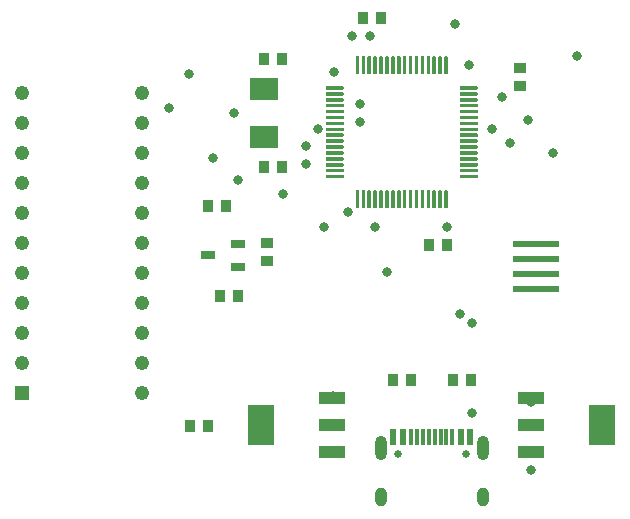
<source format=gbr>
%TF.GenerationSoftware,KiCad,Pcbnew,(5.1.8)-1*%
%TF.CreationDate,2021-05-15T14:33:14+08:00*%
%TF.ProjectId,ccd_with_stm32,6363645f-7769-4746-985f-73746d33322e,rev?*%
%TF.SameCoordinates,Original*%
%TF.FileFunction,Soldermask,Top*%
%TF.FilePolarity,Negative*%
%FSLAX46Y46*%
G04 Gerber Fmt 4.6, Leading zero omitted, Abs format (unit mm)*
G04 Created by KiCad (PCBNEW (5.1.8)-1) date 2021-05-15 14:33:14*
%MOMM*%
%LPD*%
G01*
G04 APERTURE LIST*
%ADD10R,2.400000X1.900000*%
%ADD11R,2.200000X1.000000*%
%ADD12R,2.200000X3.500000*%
%ADD13R,0.600000X1.450000*%
%ADD14R,0.300000X1.450000*%
%ADD15O,1.000000X2.100000*%
%ADD16C,0.650000*%
%ADD17O,1.000000X1.600000*%
%ADD18R,1.250000X0.700000*%
%ADD19R,0.930000X0.980000*%
%ADD20R,0.980000X0.930000*%
%ADD21R,4.000000X0.600000*%
%ADD22R,1.220000X1.220000*%
%ADD23C,1.220000*%
%ADD24C,0.800000*%
G04 APERTURE END LIST*
%TO.C,U1*%
G36*
G01*
X100240000Y-109960000D02*
X100240000Y-108560000D01*
G75*
G02*
X100315000Y-108485000I75000J0D01*
G01*
X100465000Y-108485000D01*
G75*
G02*
X100540000Y-108560000I0J-75000D01*
G01*
X100540000Y-109960000D01*
G75*
G02*
X100465000Y-110035000I-75000J0D01*
G01*
X100315000Y-110035000D01*
G75*
G02*
X100240000Y-109960000I0J75000D01*
G01*
G37*
G36*
G01*
X100740000Y-109960000D02*
X100740000Y-108560000D01*
G75*
G02*
X100815000Y-108485000I75000J0D01*
G01*
X100965000Y-108485000D01*
G75*
G02*
X101040000Y-108560000I0J-75000D01*
G01*
X101040000Y-109960000D01*
G75*
G02*
X100965000Y-110035000I-75000J0D01*
G01*
X100815000Y-110035000D01*
G75*
G02*
X100740000Y-109960000I0J75000D01*
G01*
G37*
G36*
G01*
X101240000Y-109960000D02*
X101240000Y-108560000D01*
G75*
G02*
X101315000Y-108485000I75000J0D01*
G01*
X101465000Y-108485000D01*
G75*
G02*
X101540000Y-108560000I0J-75000D01*
G01*
X101540000Y-109960000D01*
G75*
G02*
X101465000Y-110035000I-75000J0D01*
G01*
X101315000Y-110035000D01*
G75*
G02*
X101240000Y-109960000I0J75000D01*
G01*
G37*
G36*
G01*
X101740000Y-109960000D02*
X101740000Y-108560000D01*
G75*
G02*
X101815000Y-108485000I75000J0D01*
G01*
X101965000Y-108485000D01*
G75*
G02*
X102040000Y-108560000I0J-75000D01*
G01*
X102040000Y-109960000D01*
G75*
G02*
X101965000Y-110035000I-75000J0D01*
G01*
X101815000Y-110035000D01*
G75*
G02*
X101740000Y-109960000I0J75000D01*
G01*
G37*
G36*
G01*
X102240000Y-109960000D02*
X102240000Y-108560000D01*
G75*
G02*
X102315000Y-108485000I75000J0D01*
G01*
X102465000Y-108485000D01*
G75*
G02*
X102540000Y-108560000I0J-75000D01*
G01*
X102540000Y-109960000D01*
G75*
G02*
X102465000Y-110035000I-75000J0D01*
G01*
X102315000Y-110035000D01*
G75*
G02*
X102240000Y-109960000I0J75000D01*
G01*
G37*
G36*
G01*
X102740000Y-109960000D02*
X102740000Y-108560000D01*
G75*
G02*
X102815000Y-108485000I75000J0D01*
G01*
X102965000Y-108485000D01*
G75*
G02*
X103040000Y-108560000I0J-75000D01*
G01*
X103040000Y-109960000D01*
G75*
G02*
X102965000Y-110035000I-75000J0D01*
G01*
X102815000Y-110035000D01*
G75*
G02*
X102740000Y-109960000I0J75000D01*
G01*
G37*
G36*
G01*
X103240000Y-109960000D02*
X103240000Y-108560000D01*
G75*
G02*
X103315000Y-108485000I75000J0D01*
G01*
X103465000Y-108485000D01*
G75*
G02*
X103540000Y-108560000I0J-75000D01*
G01*
X103540000Y-109960000D01*
G75*
G02*
X103465000Y-110035000I-75000J0D01*
G01*
X103315000Y-110035000D01*
G75*
G02*
X103240000Y-109960000I0J75000D01*
G01*
G37*
G36*
G01*
X103740000Y-109960000D02*
X103740000Y-108560000D01*
G75*
G02*
X103815000Y-108485000I75000J0D01*
G01*
X103965000Y-108485000D01*
G75*
G02*
X104040000Y-108560000I0J-75000D01*
G01*
X104040000Y-109960000D01*
G75*
G02*
X103965000Y-110035000I-75000J0D01*
G01*
X103815000Y-110035000D01*
G75*
G02*
X103740000Y-109960000I0J75000D01*
G01*
G37*
G36*
G01*
X104240000Y-109960000D02*
X104240000Y-108560000D01*
G75*
G02*
X104315000Y-108485000I75000J0D01*
G01*
X104465000Y-108485000D01*
G75*
G02*
X104540000Y-108560000I0J-75000D01*
G01*
X104540000Y-109960000D01*
G75*
G02*
X104465000Y-110035000I-75000J0D01*
G01*
X104315000Y-110035000D01*
G75*
G02*
X104240000Y-109960000I0J75000D01*
G01*
G37*
G36*
G01*
X104740000Y-109960000D02*
X104740000Y-108560000D01*
G75*
G02*
X104815000Y-108485000I75000J0D01*
G01*
X104965000Y-108485000D01*
G75*
G02*
X105040000Y-108560000I0J-75000D01*
G01*
X105040000Y-109960000D01*
G75*
G02*
X104965000Y-110035000I-75000J0D01*
G01*
X104815000Y-110035000D01*
G75*
G02*
X104740000Y-109960000I0J75000D01*
G01*
G37*
G36*
G01*
X105240000Y-109960000D02*
X105240000Y-108560000D01*
G75*
G02*
X105315000Y-108485000I75000J0D01*
G01*
X105465000Y-108485000D01*
G75*
G02*
X105540000Y-108560000I0J-75000D01*
G01*
X105540000Y-109960000D01*
G75*
G02*
X105465000Y-110035000I-75000J0D01*
G01*
X105315000Y-110035000D01*
G75*
G02*
X105240000Y-109960000I0J75000D01*
G01*
G37*
G36*
G01*
X105740000Y-109960000D02*
X105740000Y-108560000D01*
G75*
G02*
X105815000Y-108485000I75000J0D01*
G01*
X105965000Y-108485000D01*
G75*
G02*
X106040000Y-108560000I0J-75000D01*
G01*
X106040000Y-109960000D01*
G75*
G02*
X105965000Y-110035000I-75000J0D01*
G01*
X105815000Y-110035000D01*
G75*
G02*
X105740000Y-109960000I0J75000D01*
G01*
G37*
G36*
G01*
X106240000Y-109960000D02*
X106240000Y-108560000D01*
G75*
G02*
X106315000Y-108485000I75000J0D01*
G01*
X106465000Y-108485000D01*
G75*
G02*
X106540000Y-108560000I0J-75000D01*
G01*
X106540000Y-109960000D01*
G75*
G02*
X106465000Y-110035000I-75000J0D01*
G01*
X106315000Y-110035000D01*
G75*
G02*
X106240000Y-109960000I0J75000D01*
G01*
G37*
G36*
G01*
X106740000Y-109960000D02*
X106740000Y-108560000D01*
G75*
G02*
X106815000Y-108485000I75000J0D01*
G01*
X106965000Y-108485000D01*
G75*
G02*
X107040000Y-108560000I0J-75000D01*
G01*
X107040000Y-109960000D01*
G75*
G02*
X106965000Y-110035000I-75000J0D01*
G01*
X106815000Y-110035000D01*
G75*
G02*
X106740000Y-109960000I0J75000D01*
G01*
G37*
G36*
G01*
X107240000Y-109960000D02*
X107240000Y-108560000D01*
G75*
G02*
X107315000Y-108485000I75000J0D01*
G01*
X107465000Y-108485000D01*
G75*
G02*
X107540000Y-108560000I0J-75000D01*
G01*
X107540000Y-109960000D01*
G75*
G02*
X107465000Y-110035000I-75000J0D01*
G01*
X107315000Y-110035000D01*
G75*
G02*
X107240000Y-109960000I0J75000D01*
G01*
G37*
G36*
G01*
X107740000Y-109960000D02*
X107740000Y-108560000D01*
G75*
G02*
X107815000Y-108485000I75000J0D01*
G01*
X107965000Y-108485000D01*
G75*
G02*
X108040000Y-108560000I0J-75000D01*
G01*
X108040000Y-109960000D01*
G75*
G02*
X107965000Y-110035000I-75000J0D01*
G01*
X107815000Y-110035000D01*
G75*
G02*
X107740000Y-109960000I0J75000D01*
G01*
G37*
G36*
G01*
X109040000Y-111260000D02*
X109040000Y-111110000D01*
G75*
G02*
X109115000Y-111035000I75000J0D01*
G01*
X110515000Y-111035000D01*
G75*
G02*
X110590000Y-111110000I0J-75000D01*
G01*
X110590000Y-111260000D01*
G75*
G02*
X110515000Y-111335000I-75000J0D01*
G01*
X109115000Y-111335000D01*
G75*
G02*
X109040000Y-111260000I0J75000D01*
G01*
G37*
G36*
G01*
X109040000Y-111760000D02*
X109040000Y-111610000D01*
G75*
G02*
X109115000Y-111535000I75000J0D01*
G01*
X110515000Y-111535000D01*
G75*
G02*
X110590000Y-111610000I0J-75000D01*
G01*
X110590000Y-111760000D01*
G75*
G02*
X110515000Y-111835000I-75000J0D01*
G01*
X109115000Y-111835000D01*
G75*
G02*
X109040000Y-111760000I0J75000D01*
G01*
G37*
G36*
G01*
X109040000Y-112260000D02*
X109040000Y-112110000D01*
G75*
G02*
X109115000Y-112035000I75000J0D01*
G01*
X110515000Y-112035000D01*
G75*
G02*
X110590000Y-112110000I0J-75000D01*
G01*
X110590000Y-112260000D01*
G75*
G02*
X110515000Y-112335000I-75000J0D01*
G01*
X109115000Y-112335000D01*
G75*
G02*
X109040000Y-112260000I0J75000D01*
G01*
G37*
G36*
G01*
X109040000Y-112760000D02*
X109040000Y-112610000D01*
G75*
G02*
X109115000Y-112535000I75000J0D01*
G01*
X110515000Y-112535000D01*
G75*
G02*
X110590000Y-112610000I0J-75000D01*
G01*
X110590000Y-112760000D01*
G75*
G02*
X110515000Y-112835000I-75000J0D01*
G01*
X109115000Y-112835000D01*
G75*
G02*
X109040000Y-112760000I0J75000D01*
G01*
G37*
G36*
G01*
X109040000Y-113260000D02*
X109040000Y-113110000D01*
G75*
G02*
X109115000Y-113035000I75000J0D01*
G01*
X110515000Y-113035000D01*
G75*
G02*
X110590000Y-113110000I0J-75000D01*
G01*
X110590000Y-113260000D01*
G75*
G02*
X110515000Y-113335000I-75000J0D01*
G01*
X109115000Y-113335000D01*
G75*
G02*
X109040000Y-113260000I0J75000D01*
G01*
G37*
G36*
G01*
X109040000Y-113760000D02*
X109040000Y-113610000D01*
G75*
G02*
X109115000Y-113535000I75000J0D01*
G01*
X110515000Y-113535000D01*
G75*
G02*
X110590000Y-113610000I0J-75000D01*
G01*
X110590000Y-113760000D01*
G75*
G02*
X110515000Y-113835000I-75000J0D01*
G01*
X109115000Y-113835000D01*
G75*
G02*
X109040000Y-113760000I0J75000D01*
G01*
G37*
G36*
G01*
X109040000Y-114260000D02*
X109040000Y-114110000D01*
G75*
G02*
X109115000Y-114035000I75000J0D01*
G01*
X110515000Y-114035000D01*
G75*
G02*
X110590000Y-114110000I0J-75000D01*
G01*
X110590000Y-114260000D01*
G75*
G02*
X110515000Y-114335000I-75000J0D01*
G01*
X109115000Y-114335000D01*
G75*
G02*
X109040000Y-114260000I0J75000D01*
G01*
G37*
G36*
G01*
X109040000Y-114760000D02*
X109040000Y-114610000D01*
G75*
G02*
X109115000Y-114535000I75000J0D01*
G01*
X110515000Y-114535000D01*
G75*
G02*
X110590000Y-114610000I0J-75000D01*
G01*
X110590000Y-114760000D01*
G75*
G02*
X110515000Y-114835000I-75000J0D01*
G01*
X109115000Y-114835000D01*
G75*
G02*
X109040000Y-114760000I0J75000D01*
G01*
G37*
G36*
G01*
X109040000Y-115260000D02*
X109040000Y-115110000D01*
G75*
G02*
X109115000Y-115035000I75000J0D01*
G01*
X110515000Y-115035000D01*
G75*
G02*
X110590000Y-115110000I0J-75000D01*
G01*
X110590000Y-115260000D01*
G75*
G02*
X110515000Y-115335000I-75000J0D01*
G01*
X109115000Y-115335000D01*
G75*
G02*
X109040000Y-115260000I0J75000D01*
G01*
G37*
G36*
G01*
X109040000Y-115760000D02*
X109040000Y-115610000D01*
G75*
G02*
X109115000Y-115535000I75000J0D01*
G01*
X110515000Y-115535000D01*
G75*
G02*
X110590000Y-115610000I0J-75000D01*
G01*
X110590000Y-115760000D01*
G75*
G02*
X110515000Y-115835000I-75000J0D01*
G01*
X109115000Y-115835000D01*
G75*
G02*
X109040000Y-115760000I0J75000D01*
G01*
G37*
G36*
G01*
X109040000Y-116260000D02*
X109040000Y-116110000D01*
G75*
G02*
X109115000Y-116035000I75000J0D01*
G01*
X110515000Y-116035000D01*
G75*
G02*
X110590000Y-116110000I0J-75000D01*
G01*
X110590000Y-116260000D01*
G75*
G02*
X110515000Y-116335000I-75000J0D01*
G01*
X109115000Y-116335000D01*
G75*
G02*
X109040000Y-116260000I0J75000D01*
G01*
G37*
G36*
G01*
X109040000Y-116760000D02*
X109040000Y-116610000D01*
G75*
G02*
X109115000Y-116535000I75000J0D01*
G01*
X110515000Y-116535000D01*
G75*
G02*
X110590000Y-116610000I0J-75000D01*
G01*
X110590000Y-116760000D01*
G75*
G02*
X110515000Y-116835000I-75000J0D01*
G01*
X109115000Y-116835000D01*
G75*
G02*
X109040000Y-116760000I0J75000D01*
G01*
G37*
G36*
G01*
X109040000Y-117260000D02*
X109040000Y-117110000D01*
G75*
G02*
X109115000Y-117035000I75000J0D01*
G01*
X110515000Y-117035000D01*
G75*
G02*
X110590000Y-117110000I0J-75000D01*
G01*
X110590000Y-117260000D01*
G75*
G02*
X110515000Y-117335000I-75000J0D01*
G01*
X109115000Y-117335000D01*
G75*
G02*
X109040000Y-117260000I0J75000D01*
G01*
G37*
G36*
G01*
X109040000Y-117760000D02*
X109040000Y-117610000D01*
G75*
G02*
X109115000Y-117535000I75000J0D01*
G01*
X110515000Y-117535000D01*
G75*
G02*
X110590000Y-117610000I0J-75000D01*
G01*
X110590000Y-117760000D01*
G75*
G02*
X110515000Y-117835000I-75000J0D01*
G01*
X109115000Y-117835000D01*
G75*
G02*
X109040000Y-117760000I0J75000D01*
G01*
G37*
G36*
G01*
X109040000Y-118260000D02*
X109040000Y-118110000D01*
G75*
G02*
X109115000Y-118035000I75000J0D01*
G01*
X110515000Y-118035000D01*
G75*
G02*
X110590000Y-118110000I0J-75000D01*
G01*
X110590000Y-118260000D01*
G75*
G02*
X110515000Y-118335000I-75000J0D01*
G01*
X109115000Y-118335000D01*
G75*
G02*
X109040000Y-118260000I0J75000D01*
G01*
G37*
G36*
G01*
X109040000Y-118760000D02*
X109040000Y-118610000D01*
G75*
G02*
X109115000Y-118535000I75000J0D01*
G01*
X110515000Y-118535000D01*
G75*
G02*
X110590000Y-118610000I0J-75000D01*
G01*
X110590000Y-118760000D01*
G75*
G02*
X110515000Y-118835000I-75000J0D01*
G01*
X109115000Y-118835000D01*
G75*
G02*
X109040000Y-118760000I0J75000D01*
G01*
G37*
G36*
G01*
X107740000Y-121310000D02*
X107740000Y-119910000D01*
G75*
G02*
X107815000Y-119835000I75000J0D01*
G01*
X107965000Y-119835000D01*
G75*
G02*
X108040000Y-119910000I0J-75000D01*
G01*
X108040000Y-121310000D01*
G75*
G02*
X107965000Y-121385000I-75000J0D01*
G01*
X107815000Y-121385000D01*
G75*
G02*
X107740000Y-121310000I0J75000D01*
G01*
G37*
G36*
G01*
X107240000Y-121310000D02*
X107240000Y-119910000D01*
G75*
G02*
X107315000Y-119835000I75000J0D01*
G01*
X107465000Y-119835000D01*
G75*
G02*
X107540000Y-119910000I0J-75000D01*
G01*
X107540000Y-121310000D01*
G75*
G02*
X107465000Y-121385000I-75000J0D01*
G01*
X107315000Y-121385000D01*
G75*
G02*
X107240000Y-121310000I0J75000D01*
G01*
G37*
G36*
G01*
X106740000Y-121310000D02*
X106740000Y-119910000D01*
G75*
G02*
X106815000Y-119835000I75000J0D01*
G01*
X106965000Y-119835000D01*
G75*
G02*
X107040000Y-119910000I0J-75000D01*
G01*
X107040000Y-121310000D01*
G75*
G02*
X106965000Y-121385000I-75000J0D01*
G01*
X106815000Y-121385000D01*
G75*
G02*
X106740000Y-121310000I0J75000D01*
G01*
G37*
G36*
G01*
X106240000Y-121310000D02*
X106240000Y-119910000D01*
G75*
G02*
X106315000Y-119835000I75000J0D01*
G01*
X106465000Y-119835000D01*
G75*
G02*
X106540000Y-119910000I0J-75000D01*
G01*
X106540000Y-121310000D01*
G75*
G02*
X106465000Y-121385000I-75000J0D01*
G01*
X106315000Y-121385000D01*
G75*
G02*
X106240000Y-121310000I0J75000D01*
G01*
G37*
G36*
G01*
X105740000Y-121310000D02*
X105740000Y-119910000D01*
G75*
G02*
X105815000Y-119835000I75000J0D01*
G01*
X105965000Y-119835000D01*
G75*
G02*
X106040000Y-119910000I0J-75000D01*
G01*
X106040000Y-121310000D01*
G75*
G02*
X105965000Y-121385000I-75000J0D01*
G01*
X105815000Y-121385000D01*
G75*
G02*
X105740000Y-121310000I0J75000D01*
G01*
G37*
G36*
G01*
X105240000Y-121310000D02*
X105240000Y-119910000D01*
G75*
G02*
X105315000Y-119835000I75000J0D01*
G01*
X105465000Y-119835000D01*
G75*
G02*
X105540000Y-119910000I0J-75000D01*
G01*
X105540000Y-121310000D01*
G75*
G02*
X105465000Y-121385000I-75000J0D01*
G01*
X105315000Y-121385000D01*
G75*
G02*
X105240000Y-121310000I0J75000D01*
G01*
G37*
G36*
G01*
X104740000Y-121310000D02*
X104740000Y-119910000D01*
G75*
G02*
X104815000Y-119835000I75000J0D01*
G01*
X104965000Y-119835000D01*
G75*
G02*
X105040000Y-119910000I0J-75000D01*
G01*
X105040000Y-121310000D01*
G75*
G02*
X104965000Y-121385000I-75000J0D01*
G01*
X104815000Y-121385000D01*
G75*
G02*
X104740000Y-121310000I0J75000D01*
G01*
G37*
G36*
G01*
X104240000Y-121310000D02*
X104240000Y-119910000D01*
G75*
G02*
X104315000Y-119835000I75000J0D01*
G01*
X104465000Y-119835000D01*
G75*
G02*
X104540000Y-119910000I0J-75000D01*
G01*
X104540000Y-121310000D01*
G75*
G02*
X104465000Y-121385000I-75000J0D01*
G01*
X104315000Y-121385000D01*
G75*
G02*
X104240000Y-121310000I0J75000D01*
G01*
G37*
G36*
G01*
X103740000Y-121310000D02*
X103740000Y-119910000D01*
G75*
G02*
X103815000Y-119835000I75000J0D01*
G01*
X103965000Y-119835000D01*
G75*
G02*
X104040000Y-119910000I0J-75000D01*
G01*
X104040000Y-121310000D01*
G75*
G02*
X103965000Y-121385000I-75000J0D01*
G01*
X103815000Y-121385000D01*
G75*
G02*
X103740000Y-121310000I0J75000D01*
G01*
G37*
G36*
G01*
X103240000Y-121310000D02*
X103240000Y-119910000D01*
G75*
G02*
X103315000Y-119835000I75000J0D01*
G01*
X103465000Y-119835000D01*
G75*
G02*
X103540000Y-119910000I0J-75000D01*
G01*
X103540000Y-121310000D01*
G75*
G02*
X103465000Y-121385000I-75000J0D01*
G01*
X103315000Y-121385000D01*
G75*
G02*
X103240000Y-121310000I0J75000D01*
G01*
G37*
G36*
G01*
X102740000Y-121310000D02*
X102740000Y-119910000D01*
G75*
G02*
X102815000Y-119835000I75000J0D01*
G01*
X102965000Y-119835000D01*
G75*
G02*
X103040000Y-119910000I0J-75000D01*
G01*
X103040000Y-121310000D01*
G75*
G02*
X102965000Y-121385000I-75000J0D01*
G01*
X102815000Y-121385000D01*
G75*
G02*
X102740000Y-121310000I0J75000D01*
G01*
G37*
G36*
G01*
X102240000Y-121310000D02*
X102240000Y-119910000D01*
G75*
G02*
X102315000Y-119835000I75000J0D01*
G01*
X102465000Y-119835000D01*
G75*
G02*
X102540000Y-119910000I0J-75000D01*
G01*
X102540000Y-121310000D01*
G75*
G02*
X102465000Y-121385000I-75000J0D01*
G01*
X102315000Y-121385000D01*
G75*
G02*
X102240000Y-121310000I0J75000D01*
G01*
G37*
G36*
G01*
X101740000Y-121310000D02*
X101740000Y-119910000D01*
G75*
G02*
X101815000Y-119835000I75000J0D01*
G01*
X101965000Y-119835000D01*
G75*
G02*
X102040000Y-119910000I0J-75000D01*
G01*
X102040000Y-121310000D01*
G75*
G02*
X101965000Y-121385000I-75000J0D01*
G01*
X101815000Y-121385000D01*
G75*
G02*
X101740000Y-121310000I0J75000D01*
G01*
G37*
G36*
G01*
X101240000Y-121310000D02*
X101240000Y-119910000D01*
G75*
G02*
X101315000Y-119835000I75000J0D01*
G01*
X101465000Y-119835000D01*
G75*
G02*
X101540000Y-119910000I0J-75000D01*
G01*
X101540000Y-121310000D01*
G75*
G02*
X101465000Y-121385000I-75000J0D01*
G01*
X101315000Y-121385000D01*
G75*
G02*
X101240000Y-121310000I0J75000D01*
G01*
G37*
G36*
G01*
X100740000Y-121310000D02*
X100740000Y-119910000D01*
G75*
G02*
X100815000Y-119835000I75000J0D01*
G01*
X100965000Y-119835000D01*
G75*
G02*
X101040000Y-119910000I0J-75000D01*
G01*
X101040000Y-121310000D01*
G75*
G02*
X100965000Y-121385000I-75000J0D01*
G01*
X100815000Y-121385000D01*
G75*
G02*
X100740000Y-121310000I0J75000D01*
G01*
G37*
G36*
G01*
X100240000Y-121310000D02*
X100240000Y-119910000D01*
G75*
G02*
X100315000Y-119835000I75000J0D01*
G01*
X100465000Y-119835000D01*
G75*
G02*
X100540000Y-119910000I0J-75000D01*
G01*
X100540000Y-121310000D01*
G75*
G02*
X100465000Y-121385000I-75000J0D01*
G01*
X100315000Y-121385000D01*
G75*
G02*
X100240000Y-121310000I0J75000D01*
G01*
G37*
G36*
G01*
X97690000Y-118760000D02*
X97690000Y-118610000D01*
G75*
G02*
X97765000Y-118535000I75000J0D01*
G01*
X99165000Y-118535000D01*
G75*
G02*
X99240000Y-118610000I0J-75000D01*
G01*
X99240000Y-118760000D01*
G75*
G02*
X99165000Y-118835000I-75000J0D01*
G01*
X97765000Y-118835000D01*
G75*
G02*
X97690000Y-118760000I0J75000D01*
G01*
G37*
G36*
G01*
X97690000Y-118260000D02*
X97690000Y-118110000D01*
G75*
G02*
X97765000Y-118035000I75000J0D01*
G01*
X99165000Y-118035000D01*
G75*
G02*
X99240000Y-118110000I0J-75000D01*
G01*
X99240000Y-118260000D01*
G75*
G02*
X99165000Y-118335000I-75000J0D01*
G01*
X97765000Y-118335000D01*
G75*
G02*
X97690000Y-118260000I0J75000D01*
G01*
G37*
G36*
G01*
X97690000Y-117760000D02*
X97690000Y-117610000D01*
G75*
G02*
X97765000Y-117535000I75000J0D01*
G01*
X99165000Y-117535000D01*
G75*
G02*
X99240000Y-117610000I0J-75000D01*
G01*
X99240000Y-117760000D01*
G75*
G02*
X99165000Y-117835000I-75000J0D01*
G01*
X97765000Y-117835000D01*
G75*
G02*
X97690000Y-117760000I0J75000D01*
G01*
G37*
G36*
G01*
X97690000Y-117260000D02*
X97690000Y-117110000D01*
G75*
G02*
X97765000Y-117035000I75000J0D01*
G01*
X99165000Y-117035000D01*
G75*
G02*
X99240000Y-117110000I0J-75000D01*
G01*
X99240000Y-117260000D01*
G75*
G02*
X99165000Y-117335000I-75000J0D01*
G01*
X97765000Y-117335000D01*
G75*
G02*
X97690000Y-117260000I0J75000D01*
G01*
G37*
G36*
G01*
X97690000Y-116760000D02*
X97690000Y-116610000D01*
G75*
G02*
X97765000Y-116535000I75000J0D01*
G01*
X99165000Y-116535000D01*
G75*
G02*
X99240000Y-116610000I0J-75000D01*
G01*
X99240000Y-116760000D01*
G75*
G02*
X99165000Y-116835000I-75000J0D01*
G01*
X97765000Y-116835000D01*
G75*
G02*
X97690000Y-116760000I0J75000D01*
G01*
G37*
G36*
G01*
X97690000Y-116260000D02*
X97690000Y-116110000D01*
G75*
G02*
X97765000Y-116035000I75000J0D01*
G01*
X99165000Y-116035000D01*
G75*
G02*
X99240000Y-116110000I0J-75000D01*
G01*
X99240000Y-116260000D01*
G75*
G02*
X99165000Y-116335000I-75000J0D01*
G01*
X97765000Y-116335000D01*
G75*
G02*
X97690000Y-116260000I0J75000D01*
G01*
G37*
G36*
G01*
X97690000Y-115760000D02*
X97690000Y-115610000D01*
G75*
G02*
X97765000Y-115535000I75000J0D01*
G01*
X99165000Y-115535000D01*
G75*
G02*
X99240000Y-115610000I0J-75000D01*
G01*
X99240000Y-115760000D01*
G75*
G02*
X99165000Y-115835000I-75000J0D01*
G01*
X97765000Y-115835000D01*
G75*
G02*
X97690000Y-115760000I0J75000D01*
G01*
G37*
G36*
G01*
X97690000Y-115260000D02*
X97690000Y-115110000D01*
G75*
G02*
X97765000Y-115035000I75000J0D01*
G01*
X99165000Y-115035000D01*
G75*
G02*
X99240000Y-115110000I0J-75000D01*
G01*
X99240000Y-115260000D01*
G75*
G02*
X99165000Y-115335000I-75000J0D01*
G01*
X97765000Y-115335000D01*
G75*
G02*
X97690000Y-115260000I0J75000D01*
G01*
G37*
G36*
G01*
X97690000Y-114760000D02*
X97690000Y-114610000D01*
G75*
G02*
X97765000Y-114535000I75000J0D01*
G01*
X99165000Y-114535000D01*
G75*
G02*
X99240000Y-114610000I0J-75000D01*
G01*
X99240000Y-114760000D01*
G75*
G02*
X99165000Y-114835000I-75000J0D01*
G01*
X97765000Y-114835000D01*
G75*
G02*
X97690000Y-114760000I0J75000D01*
G01*
G37*
G36*
G01*
X97690000Y-114260000D02*
X97690000Y-114110000D01*
G75*
G02*
X97765000Y-114035000I75000J0D01*
G01*
X99165000Y-114035000D01*
G75*
G02*
X99240000Y-114110000I0J-75000D01*
G01*
X99240000Y-114260000D01*
G75*
G02*
X99165000Y-114335000I-75000J0D01*
G01*
X97765000Y-114335000D01*
G75*
G02*
X97690000Y-114260000I0J75000D01*
G01*
G37*
G36*
G01*
X97690000Y-113760000D02*
X97690000Y-113610000D01*
G75*
G02*
X97765000Y-113535000I75000J0D01*
G01*
X99165000Y-113535000D01*
G75*
G02*
X99240000Y-113610000I0J-75000D01*
G01*
X99240000Y-113760000D01*
G75*
G02*
X99165000Y-113835000I-75000J0D01*
G01*
X97765000Y-113835000D01*
G75*
G02*
X97690000Y-113760000I0J75000D01*
G01*
G37*
G36*
G01*
X97690000Y-113260000D02*
X97690000Y-113110000D01*
G75*
G02*
X97765000Y-113035000I75000J0D01*
G01*
X99165000Y-113035000D01*
G75*
G02*
X99240000Y-113110000I0J-75000D01*
G01*
X99240000Y-113260000D01*
G75*
G02*
X99165000Y-113335000I-75000J0D01*
G01*
X97765000Y-113335000D01*
G75*
G02*
X97690000Y-113260000I0J75000D01*
G01*
G37*
G36*
G01*
X97690000Y-112760000D02*
X97690000Y-112610000D01*
G75*
G02*
X97765000Y-112535000I75000J0D01*
G01*
X99165000Y-112535000D01*
G75*
G02*
X99240000Y-112610000I0J-75000D01*
G01*
X99240000Y-112760000D01*
G75*
G02*
X99165000Y-112835000I-75000J0D01*
G01*
X97765000Y-112835000D01*
G75*
G02*
X97690000Y-112760000I0J75000D01*
G01*
G37*
G36*
G01*
X97690000Y-112260000D02*
X97690000Y-112110000D01*
G75*
G02*
X97765000Y-112035000I75000J0D01*
G01*
X99165000Y-112035000D01*
G75*
G02*
X99240000Y-112110000I0J-75000D01*
G01*
X99240000Y-112260000D01*
G75*
G02*
X99165000Y-112335000I-75000J0D01*
G01*
X97765000Y-112335000D01*
G75*
G02*
X97690000Y-112260000I0J75000D01*
G01*
G37*
G36*
G01*
X97690000Y-111760000D02*
X97690000Y-111610000D01*
G75*
G02*
X97765000Y-111535000I75000J0D01*
G01*
X99165000Y-111535000D01*
G75*
G02*
X99240000Y-111610000I0J-75000D01*
G01*
X99240000Y-111760000D01*
G75*
G02*
X99165000Y-111835000I-75000J0D01*
G01*
X97765000Y-111835000D01*
G75*
G02*
X97690000Y-111760000I0J75000D01*
G01*
G37*
G36*
G01*
X97690000Y-111260000D02*
X97690000Y-111110000D01*
G75*
G02*
X97765000Y-111035000I75000J0D01*
G01*
X99165000Y-111035000D01*
G75*
G02*
X99240000Y-111110000I0J-75000D01*
G01*
X99240000Y-111260000D01*
G75*
G02*
X99165000Y-111335000I-75000J0D01*
G01*
X97765000Y-111335000D01*
G75*
G02*
X97690000Y-111260000I0J75000D01*
G01*
G37*
%TD*%
D10*
%TO.C,Y1*%
X92456000Y-111234000D03*
X92456000Y-115334000D03*
%TD*%
D11*
%TO.C,VR2*%
X98250000Y-137400000D03*
D12*
X92250000Y-139700000D03*
D11*
X98250000Y-139700000D03*
X98250000Y-142000000D03*
%TD*%
%TO.C,VR1*%
X115110000Y-142000000D03*
D12*
X121110000Y-139700000D03*
D11*
X115110000Y-139700000D03*
X115110000Y-137400000D03*
%TD*%
D13*
%TO.C,U4*%
X109930000Y-140735000D03*
X109130000Y-140735000D03*
X104230000Y-140735000D03*
X103430000Y-140735000D03*
X103430000Y-140735000D03*
X104230000Y-140735000D03*
X109130000Y-140735000D03*
X109930000Y-140735000D03*
D14*
X104930000Y-140735000D03*
X105430000Y-140735000D03*
X105930000Y-140735000D03*
X106930000Y-140735000D03*
X107430000Y-140735000D03*
X107930000Y-140735000D03*
X108430000Y-140735000D03*
X106430000Y-140735000D03*
D15*
X111000000Y-141650000D03*
X102360000Y-141650000D03*
D16*
X103790000Y-142180000D03*
D17*
X102360000Y-145830000D03*
D16*
X109570000Y-142180000D03*
D17*
X111000000Y-145830000D03*
%TD*%
D18*
%TO.C,U3*%
X87777000Y-125349000D03*
X90277000Y-124399000D03*
X90277000Y-126299000D03*
%TD*%
D19*
%TO.C,R8*%
X103370000Y-135890000D03*
X104910000Y-135890000D03*
%TD*%
%TO.C,R7*%
X89289000Y-121158000D03*
X87749000Y-121158000D03*
%TD*%
D20*
%TO.C,R6*%
X92710000Y-124325000D03*
X92710000Y-125865000D03*
%TD*%
D19*
%TO.C,R5*%
X90305000Y-128778000D03*
X88765000Y-128778000D03*
%TD*%
%TO.C,R4*%
X108450000Y-135890000D03*
X109990000Y-135890000D03*
%TD*%
%TO.C,R1*%
X102370000Y-105283000D03*
X100830000Y-105283000D03*
%TD*%
D21*
%TO.C,j1*%
X115515600Y-128216660D03*
X115515600Y-126946660D03*
X115515600Y-125676660D03*
X115515600Y-124406660D03*
%TD*%
D22*
%TO.C,IC1*%
X72009000Y-137033000D03*
D23*
X72009000Y-134493000D03*
X72009000Y-131953000D03*
X72009000Y-129413000D03*
X72009000Y-126873000D03*
X72009000Y-124333000D03*
X72009000Y-121793000D03*
X72009000Y-119253000D03*
X72009000Y-116713000D03*
X72009000Y-114173000D03*
X72009000Y-111633000D03*
X82169000Y-111633000D03*
X82169000Y-114173000D03*
X82169000Y-116713000D03*
X82169000Y-119253000D03*
X82169000Y-121793000D03*
X82169000Y-124333000D03*
X82169000Y-126873000D03*
X82169000Y-129413000D03*
X82169000Y-131953000D03*
X82169000Y-134493000D03*
X82169000Y-137033000D03*
%TD*%
D19*
%TO.C,C16*%
X86225000Y-139827000D03*
X87765000Y-139827000D03*
%TD*%
D20*
%TO.C,C10*%
X114173000Y-111006000D03*
X114173000Y-109466000D03*
%TD*%
D19*
%TO.C,C7*%
X106418000Y-124460000D03*
X107958000Y-124460000D03*
%TD*%
%TO.C,C4*%
X92448000Y-117856000D03*
X93988000Y-117856000D03*
%TD*%
%TO.C,C3*%
X92448000Y-108712000D03*
X93988000Y-108712000D03*
%TD*%
D24*
X98298000Y-137287000D03*
X115062000Y-137795000D03*
X115062000Y-143518000D03*
X107958000Y-124460000D03*
X101473000Y-106807000D03*
X96012000Y-116078000D03*
X99568000Y-121666000D03*
X118999000Y-108458000D03*
X88138000Y-117094000D03*
X98250000Y-142000000D03*
X115110000Y-142000000D03*
X110109000Y-138684000D03*
X96012000Y-117602000D03*
X98425000Y-109855000D03*
X99949000Y-106807000D03*
X109855000Y-109220000D03*
X101854000Y-122936000D03*
X107950000Y-122936000D03*
X97536000Y-122936000D03*
X100584000Y-112522000D03*
X108656999Y-105735999D03*
X115110000Y-139700000D03*
X92710000Y-125865000D03*
X89916000Y-113284000D03*
X84455000Y-112903000D03*
X98250000Y-139700000D03*
X114808000Y-113890500D03*
X112649000Y-111958000D03*
X100584000Y-114054000D03*
X97028000Y-114681000D03*
X86106000Y-109982000D03*
X110109000Y-131064000D03*
X116967000Y-116713000D03*
X109093000Y-130302000D03*
X113284000Y-115824000D03*
X111760000Y-114681000D03*
X90297000Y-118999000D03*
X94107000Y-120142000D03*
X102870000Y-126746000D03*
M02*

</source>
